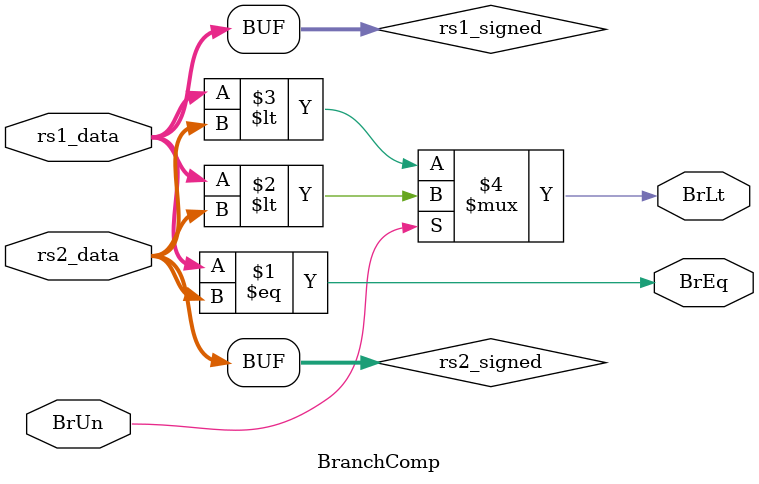
<source format=v>
module BranchComp(

    input [31:0] rs1_data,
    input [31:0] rs2_data,
    input BrUn,              // 1 = unsigned comparison, 0 = signed comparison

    output BrEq,
    output BrLt

);

    // Signed comparison wires
    wire signed [31:0] rs1_signed = $signed(rs1_data);
    wire signed [31:0] rs2_signed = $signed(rs2_data);
    
    // Equal comparison
    assign BrEq = (rs1_data == rs2_data);

    // Less than comparison
    assign BrLt = BrUn ? (rs1_data < rs2_data) : (rs1_signed < rs2_signed);

endmodule
</source>
